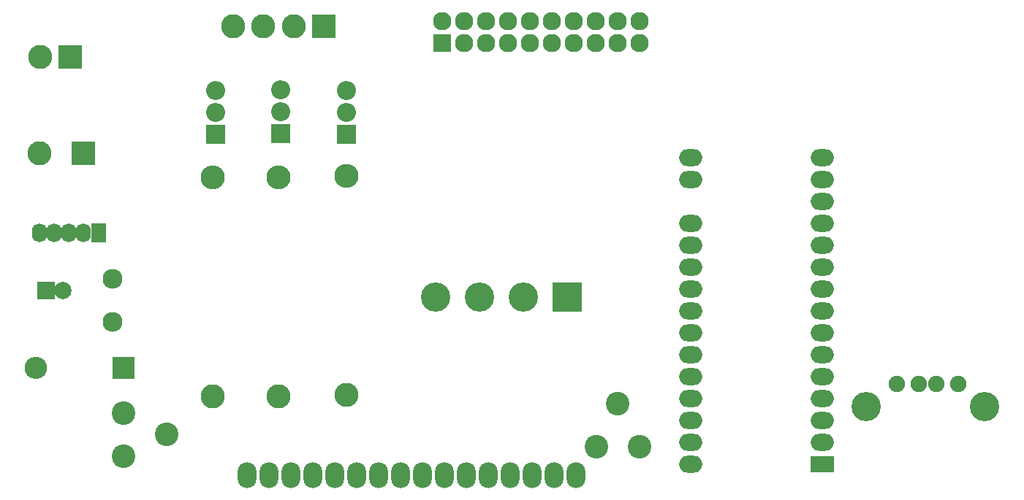
<source format=gbr>
G04 #@! TF.FileFunction,Soldermask,Bot*
%FSLAX46Y46*%
G04 Gerber Fmt 4.6, Leading zero omitted, Abs format (unit mm)*
G04 Created by KiCad (PCBNEW 4.0.5) date 06/13/17 16:15:45*
%MOMM*%
%LPD*%
G01*
G04 APERTURE LIST*
%ADD10C,0.100000*%
%ADD11R,2.600000X2.600000*%
%ADD12O,2.600000X2.600000*%
%ADD13C,2.740000*%
%ADD14R,2.686000X1.974800*%
%ADD15O,2.686000X1.974800*%
%ADD16O,2.200000X3.000000*%
%ADD17R,2.127200X2.127200*%
%ADD18O,2.127200X2.127200*%
%ADD19R,2.800000X2.800000*%
%ADD20C,2.800000*%
%ADD21R,2.000000X2.000000*%
%ADD22C,2.000000*%
%ADD23C,2.299920*%
%ADD24C,1.900000*%
%ADD25C,3.400000*%
%ADD26R,3.400000X3.400000*%
%ADD27R,2.200000X2.200000*%
%ADD28O,2.200000X2.200000*%
%ADD29O,2.800000X2.800000*%
%ADD30R,1.750000X2.200000*%
%ADD31O,1.750000X2.200000*%
G04 APERTURE END LIST*
D10*
D11*
X30353000Y-65836800D03*
D12*
X20193000Y-65836800D03*
D13*
X30382200Y-71109200D03*
X35382200Y-73609200D03*
X30382200Y-76109200D03*
D14*
X111328200Y-77063600D03*
D15*
X111328200Y-74523600D03*
X111328200Y-71983600D03*
X111328200Y-69443600D03*
X111328200Y-66903600D03*
X111328200Y-64363600D03*
X111328200Y-61823600D03*
X111328200Y-59283600D03*
X111328200Y-56743600D03*
X111328200Y-54203600D03*
X111328200Y-51663600D03*
X111328200Y-49123600D03*
X111328200Y-46583600D03*
X111328200Y-44043600D03*
X111328200Y-41503600D03*
X96088200Y-41503600D03*
X96088200Y-44043600D03*
X96088200Y-49123600D03*
X96088200Y-51663600D03*
X96088200Y-54203600D03*
X96088200Y-56743600D03*
X96088200Y-59283600D03*
X96088200Y-61823600D03*
X96088200Y-64363600D03*
X96088200Y-66903600D03*
X96088200Y-69443600D03*
X96088200Y-71983600D03*
X96088200Y-74523600D03*
X96088200Y-77063600D03*
D16*
X82753200Y-78308200D03*
X80213200Y-78308200D03*
X77673200Y-78308200D03*
X75133200Y-78308200D03*
X72593200Y-78308200D03*
X70053200Y-78308200D03*
X67513200Y-78308200D03*
X64973200Y-78308200D03*
X62433200Y-78308200D03*
X59893200Y-78308200D03*
X57353200Y-78308200D03*
X54813200Y-78308200D03*
X52273200Y-78308200D03*
X49733200Y-78308200D03*
X47193200Y-78308200D03*
X44653200Y-78308200D03*
D17*
X67284600Y-28168600D03*
D18*
X67284600Y-25628600D03*
X69824600Y-28168600D03*
X69824600Y-25628600D03*
X72364600Y-28168600D03*
X72364600Y-25628600D03*
X74904600Y-28168600D03*
X74904600Y-25628600D03*
X77444600Y-28168600D03*
X77444600Y-25628600D03*
X79984600Y-28168600D03*
X79984600Y-25628600D03*
X82524600Y-28168600D03*
X82524600Y-25628600D03*
X85064600Y-28168600D03*
X85064600Y-25628600D03*
X87604600Y-28168600D03*
X87604600Y-25628600D03*
X90144600Y-28168600D03*
X90144600Y-25628600D03*
D19*
X25679400Y-40944800D03*
D20*
X20679400Y-40944800D03*
D21*
X21361400Y-56896000D03*
D22*
X23361400Y-56896000D03*
D20*
X20731600Y-29794200D03*
D19*
X24231600Y-29794200D03*
D20*
X46568600Y-26212800D03*
X43068600Y-26212800D03*
X50068600Y-26212800D03*
D19*
X53568600Y-26212800D03*
D23*
X29133800Y-55565040D03*
X29133800Y-60563760D03*
D24*
X127099600Y-67691000D03*
X124559600Y-67691000D03*
X122529600Y-67691000D03*
X119989600Y-67691000D03*
D25*
X130149600Y-70361000D03*
X116429600Y-70361000D03*
X76657200Y-57658000D03*
X71577200Y-57658000D03*
D26*
X81737200Y-57658000D03*
D25*
X66497200Y-57658000D03*
D27*
X56184800Y-38735000D03*
D28*
X56184800Y-36195000D03*
X56184800Y-33655000D03*
D27*
X48564800Y-38709600D03*
D28*
X48564800Y-36169600D03*
X48564800Y-33629600D03*
D27*
X41021000Y-38811200D03*
D28*
X41021000Y-36271200D03*
X41021000Y-33731200D03*
D20*
X56184800Y-69011800D03*
D29*
X56184800Y-43611800D03*
D20*
X48336200Y-69189600D03*
D29*
X48336200Y-43789600D03*
D20*
X40741600Y-69189600D03*
D29*
X40741600Y-43789600D03*
D13*
X85144600Y-75006200D03*
X87644600Y-70006200D03*
X90144600Y-75006200D03*
D30*
X27457400Y-50190400D03*
D31*
X25757400Y-50190400D03*
X24057400Y-50190400D03*
X22357400Y-50190400D03*
X20657400Y-50190400D03*
M02*

</source>
